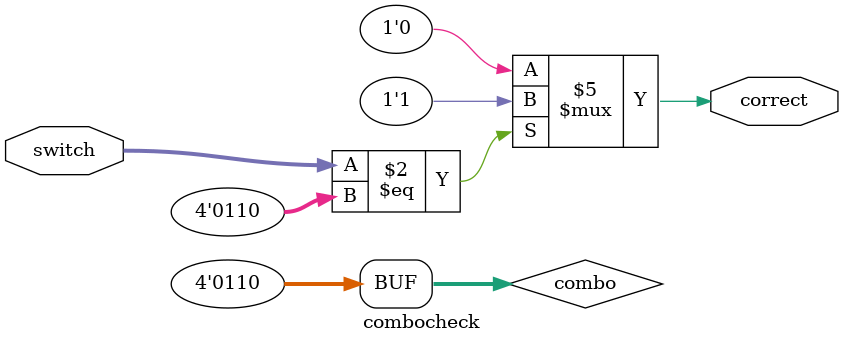
<source format=v>
module combocheck(switch, correct);
	input [3:0] switch;
	reg [3:0] combo = 4'b0110;
	output reg correct;
	
	always @(switch, combo) begin
		if (switch == combo) correct = 1;
		else						correct = 0;
	end
endmodule
</source>
